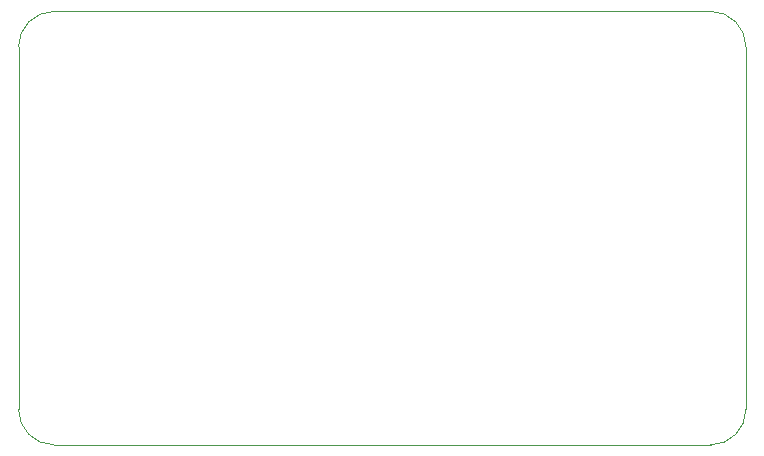
<source format=gbr>
%TF.GenerationSoftware,KiCad,Pcbnew,8.0.3*%
%TF.CreationDate,2024-07-17T12:48:19+09:00*%
%TF.ProjectId,DCDC_24to12,44434443-5f32-4347-946f-31322e6b6963,rev?*%
%TF.SameCoordinates,Original*%
%TF.FileFunction,Profile,NP*%
%FSLAX46Y46*%
G04 Gerber Fmt 4.6, Leading zero omitted, Abs format (unit mm)*
G04 Created by KiCad (PCBNEW 8.0.3) date 2024-07-17 12:48:19*
%MOMM*%
%LPD*%
G01*
G04 APERTURE LIST*
%TA.AperFunction,Profile*%
%ADD10C,0.050000*%
%TD*%
G04 APERTURE END LIST*
D10*
X74374000Y-75946000D02*
G75*
G02*
X71374000Y-72946000I0J3000000D01*
G01*
X132969000Y-72946000D02*
G75*
G02*
X129969000Y-75946000I-3000000J0D01*
G01*
X129969000Y-75946000D02*
X74374000Y-75946000D01*
X71374000Y-72946000D02*
X71374000Y-42243000D01*
X129969000Y-39243000D02*
G75*
G02*
X132969000Y-42243000I0J-3000000D01*
G01*
X71374000Y-42243000D02*
G75*
G02*
X74374000Y-39243000I3000000J0D01*
G01*
X74374000Y-39243000D02*
X129969000Y-39243000D01*
X132969000Y-42243000D02*
X132969000Y-72946000D01*
M02*

</source>
